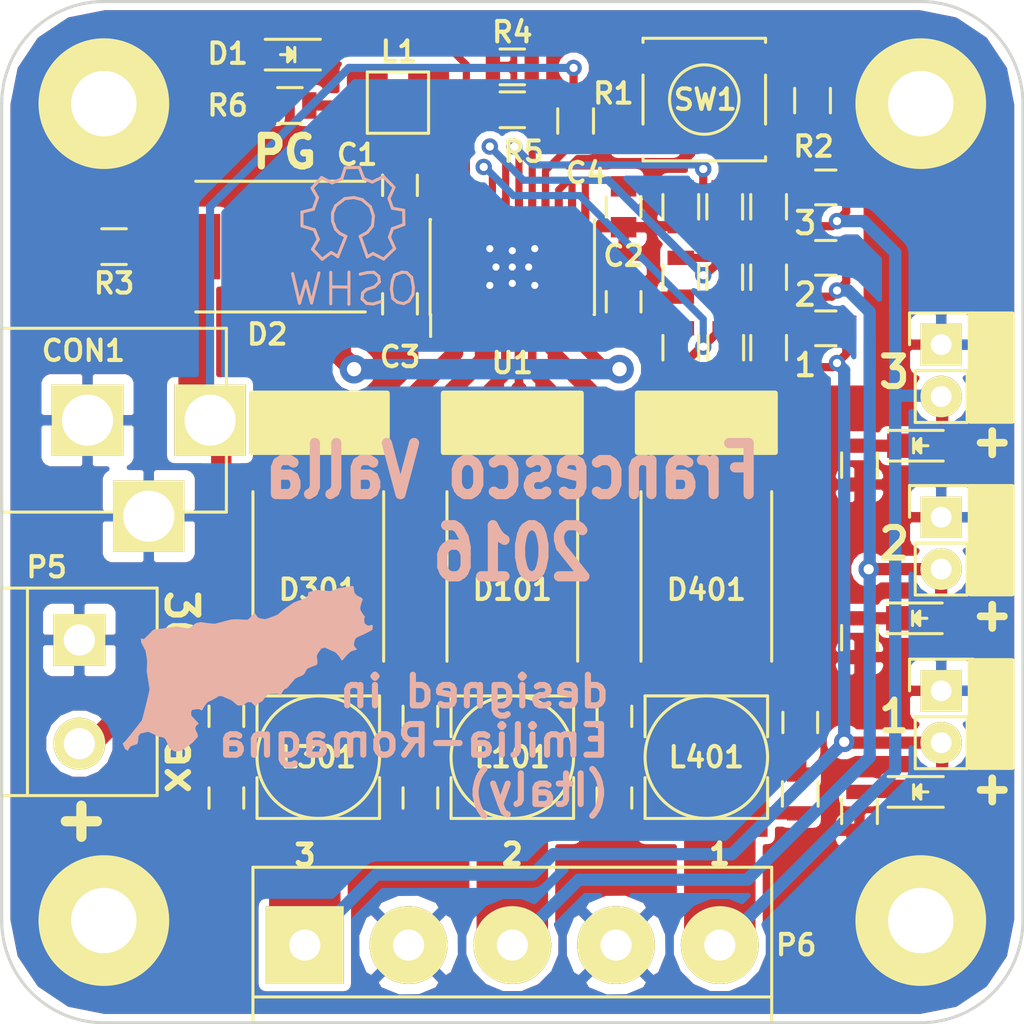
<source format=kicad_pcb>
(kicad_pcb (version 4) (host pcbnew 4.0.2+dfsg1-stable)
  (layers (0 F.Cu signal) (31 B.Cu signal hide) (36 B.SilkS user hide) (37 F.SilkS user) (38 B.Mask user) (39 F.Mask user) (44 Edge.Cuts user))
  (net 0 "")
  (net 1 "Net-(C1-Pad1)")
  (net 2 "Net-(C1-Pad2)")
  (net 3 GND)
  (net 4 "Net-(C4-Pad2)")
  (net 5 +1V8)
  (net 6 "Net-(C101-Pad2)")
  (net 7 +5V)
  (net 8 "Net-(C301-Pad2)")
  (net 9 +3V3)
  (net 10 "Net-(C401-Pad2)")
  (net 11 +12V)
  (net 12 "Net-(D1-Pad2)")
  (net 13 "Net-(D1-Pad1)")
  (net 14 "Net-(D101-Pad1)")
  (net 15 "Net-(D101-Pad2)")
  (net 16 "Net-(D110-Pad1)")
  (net 17 "Net-(D301-Pad1)")
  (net 18 "Net-(D301-Pad2)")
  (net 19 "Net-(D310-Pad1)")
  (net 20 "Net-(D401-Pad2)")
  (net 21 "Net-(D410-Pad1)")
  (net 22 "Net-(L1-Pad2)")
  (net 23 /ENB)
  (net 24 "Net-(R4-Pad1)")
  (net 25 "Net-(C104-Pad1)")
  (net 26 "Net-(C104-Pad2)")
  (module Capacitors_SMD:C_0805 (layer F.Cu) (at 143.1 115.3 90)
    (fp_text reference C104 hide)
    (fp_text value 1nF)
    (pad 1 smd rect (at -1 0 90) (size 1 1.25) (layers F.Cu F.Mask) (net 25 "Net-(C104-Pad1)"))
    (pad 2 smd rect (at 1 0 90) (size 1 1.25) (layers F.Cu F.Mask) (net 26 "Net-(C104-Pad2)"))
  )
  (module Connect:BARREL_JACK (layer F.Cu) (at 108 100.5)
    (fp_text reference CON1 (at 0 -3.4 180) (layer F.SilkS) (effects (font (thickness 0.2))))
    (fp_text value BARREL_JACK)
    (pad 1 thru_hole rect (at 6.20014 0) (size 3.50012 3.50012) (drill 2.5) (layers *.Cu *.Mask F.SilkS) (net 11 +12V))
    (pad 2 thru_hole rect (at 0.20066 0) (size 3.50012 3.50012) (drill 2.5) (layers *.Cu *.Mask F.SilkS) (net 3 GND))
    (pad 3 thru_hole rect (at 3.2004 4.699) (size 3.50012 3.50012) (drill 2.5) (layers *.Cu *.Mask F.SilkS) (net 3 GND))
  )
  (module Diodes_SMD:DO-214AB (layer F.Cu) (at 117 92 180)
    (fp_text reference D2 (at 0 -4.3 180) (layer F.SilkS) (effects (font (thickness 0.2))))
    (fp_text value D_Schottky_Small)
    (pad 2 smd rect (at 3.6 0 180) (size 2.6 3.2) (layers F.Cu F.Mask) (net 11 +12V))
    (pad 1 smd rect (at -3.6 0 180) (size 2.6 3.2) (layers F.Cu F.Mask) (net 1 "Net-(C1-Pad1)"))
  )
  (module Connect:bornier5 (layer F.Cu) (at 129 126.2)
    (fp_text reference P6 (at 13.9 0) (layer F.SilkS) (effects (font (thickness 0.2))))
    (fp_text value CONN_01X05)
    (pad 2 thru_hole circle (at -5.08 0) (size 3.81 3.81) (drill 1.524) (layers *.Cu *.Mask F.SilkS) (net 3 GND))
    (pad 3 thru_hole circle (at 0 0) (size 3.81 3.81) (drill 1.524) (layers *.Cu *.Mask F.SilkS) (net 5 +1V8))
    (pad 1 thru_hole rect (at -10.16 0) (size 3.81 3.81) (drill 1.524) (layers *.Cu *.Mask F.SilkS) (net 7 +5V))
    (pad 4 thru_hole circle (at 5.08 0) (size 3.81 3.81) (drill 1.524) (layers *.Cu *.Mask F.SilkS) (net 3 GND))
    (pad 5 thru_hole circle (at 10.16 0) (size 3.81 3.81) (drill 1.524) (layers *.Cu *.Mask F.SilkS) (net 9 +3V3))
  )
  (module Capacitors_SMD:C_0805 (layer F.Cu) (at 123.5 89 90)
    (fp_text reference C1 (at 1.5 -2.1 180) (layer F.SilkS) (effects (font (thickness 0.2))))
    (fp_text value 1uF)
    (pad 1 smd rect (at -1 0 90) (size 1 1.25) (layers F.Cu F.Mask) (net 1 "Net-(C1-Pad1)"))
    (pad 2 smd rect (at 1 0 90) (size 1 1.25) (layers F.Cu F.Mask) (net 2 "Net-(C1-Pad2)"))
  )
  (module Capacitors_SMD:C_0805 (layer F.Cu) (at 134.45 94.7 270)
    (fp_text reference C2 (at -2.25 0 360) (layer F.SilkS) (effects (font (thickness 0.2))))
    (fp_text value 1uF)
    (pad 1 smd rect (at -1 0 270) (size 1 1.25) (layers F.Cu F.Mask) (net 3 GND))
    (pad 2 smd rect (at 1 0 270) (size 1 1.25) (layers F.Cu F.Mask) (net 1 "Net-(C1-Pad1)"))
  )
  (module Capacitors_SMD:C_0805 (layer F.Cu) (at 123.5 94.8 270)
    (fp_text reference C3 (at 2.6 0 360) (layer F.SilkS) (effects (font (thickness 0.2))))
    (fp_text value 1uF)
    (pad 1 smd rect (at -1 0 270) (size 1 1.25) (layers F.Cu F.Mask) (net 3 GND))
    (pad 2 smd rect (at 1 0 270) (size 1 1.25) (layers F.Cu F.Mask) (net 1 "Net-(C1-Pad1)"))
  )
  (module Capacitors_SMD:C_0805 (layer F.Cu) (at 134.45 90.05 90)
    (fp_text reference C4 (at 1.65 -1.85 180) (layer F.SilkS) (effects (font (thickness 0.2))))
    (fp_text value 1uF)
    (pad 1 smd rect (at -1 0 90) (size 1 1.25) (layers F.Cu F.Mask) (net 3 GND))
    (pad 2 smd rect (at 1 0 90) (size 1 1.25) (layers F.Cu F.Mask) (net 4 "Net-(C4-Pad2)"))
  )
  (module Capacitors_SMD:C_0805 (layer F.Cu) (at 144.35 92.55 180)
    (fp_text reference C101 hide)
    (fp_text value 100pF)
    (pad 1 smd rect (at -1 0 180) (size 1 1.25) (layers F.Cu F.Mask) (net 5 +1V8))
    (pad 2 smd rect (at 1 0 180) (size 1 1.25) (layers F.Cu F.Mask) (net 6 "Net-(C101-Pad2)"))
  )
  (module Capacitors_SMD:C_0805 (layer F.Cu) (at 124.5 119 270)
    (fp_text reference C102 hide)
    (fp_text value 10uF)
    (pad 1 smd rect (at -1 0 270) (size 1 1.25) (layers F.Cu F.Mask) (net 5 +1V8))
    (pad 2 smd rect (at 1 0 270) (size 1 1.25) (layers F.Cu F.Mask) (net 3 GND))
  )
  (module Capacitors_SMD:C_0805 (layer F.Cu) (at 124.5 115 90)
    (fp_text reference C103 hide)
    (fp_text value NF)
    (pad 1 smd rect (at -1 0 90) (size 1 1.25) (layers F.Cu F.Mask) (net 5 +1V8))
    (pad 2 smd rect (at 1 0 90) (size 1 1.25) (layers F.Cu F.Mask) (net 3 GND))
  )
  (module Capacitors_SMD:C_0805 (layer F.Cu) (at 144.35 96 180)
    (fp_text reference C301 hide)
    (fp_text value 100pF)
    (pad 1 smd rect (at -1 0 180) (size 1 1.25) (layers F.Cu F.Mask) (net 7 +5V))
    (pad 2 smd rect (at 1 0 180) (size 1 1.25) (layers F.Cu F.Mask) (net 8 "Net-(C301-Pad2)"))
  )
  (module Capacitors_SMD:C_0805 (layer F.Cu) (at 115 119 270)
    (fp_text reference C302 hide)
    (fp_text value 10uF)
    (pad 1 smd rect (at -1 0 270) (size 1 1.25) (layers F.Cu F.Mask) (net 7 +5V))
    (pad 2 smd rect (at 1 0 270) (size 1 1.25) (layers F.Cu F.Mask) (net 3 GND))
  )
  (module Capacitors_SMD:C_0805 (layer F.Cu) (at 115 115 90)
    (fp_text reference C303 hide)
    (fp_text value 10uF)
    (pad 1 smd rect (at -1 0 90) (size 1 1.25) (layers F.Cu F.Mask) (net 7 +5V))
    (pad 2 smd rect (at 1 0 90) (size 1 1.25) (layers F.Cu F.Mask) (net 3 GND))
  )
  (module Capacitors_SMD:C_0805 (layer F.Cu) (at 144.35 89.1 180)
    (fp_text reference C401 hide)
    (fp_text value 100pF)
    (pad 1 smd rect (at -1 0 180) (size 1 1.25) (layers F.Cu F.Mask) (net 9 +3V3))
    (pad 2 smd rect (at 1 0 180) (size 1 1.25) (layers F.Cu F.Mask) (net 10 "Net-(C401-Pad2)"))
  )
  (module Capacitors_SMD:C_0805 (layer F.Cu) (at 134 119 270)
    (fp_text reference C402 hide)
    (fp_text value 10uF)
    (pad 1 smd rect (at -1 0 270) (size 1 1.25) (layers F.Cu F.Mask) (net 9 +3V3))
    (pad 2 smd rect (at 1 0 270) (size 1 1.25) (layers F.Cu F.Mask) (net 3 GND))
  )
  (module Capacitors_SMD:C_0805 (layer F.Cu) (at 134 115 90)
    (fp_text reference C403 hide)
    (fp_text value NF)
    (pad 1 smd rect (at -1 0 90) (size 1 1.25) (layers F.Cu F.Mask) (net 9 +3V3))
    (pad 2 smd rect (at 1 0 90) (size 1 1.25) (layers F.Cu F.Mask) (net 3 GND))
  )
  (module LEDs:LED_0805 (layer F.Cu) (at 118 82.6 180)
    (fp_text reference D1 (at 2.938 0.05 360) (layer F.SilkS) (effects (font (thickness 0.2))))
    (fp_text value Led_Small)
    (pad 2 smd rect (at 1.04902 0) (size 1.19888 1.19888) (layers F.Cu F.Mask) (net 12 "Net-(D1-Pad2)"))
    (pad 1 smd rect (at -1.04902 0) (size 1.19888 1.19888) (layers F.Cu F.Mask) (net 13 "Net-(D1-Pad1)"))
  )
  (module LEDs:LED_0805 (layer F.Cu) (at 148.95 110.2)
    (fp_text reference D110 hide)
    (fp_text value PG1)
    (pad 2 smd rect (at 1.04902 0 180) (size 1.19888 1.19888) (layers F.Cu F.Mask) (net 5 +1V8))
    (pad 1 smd rect (at -1.04902 0 180) (size 1.19888 1.19888) (layers F.Cu F.Mask) (net 16 "Net-(D110-Pad1)"))
  )
  (module LEDs:LED_0805 (layer F.Cu) (at 149 118.7)
    (fp_text reference D310 hide)
    (fp_text value PG2)
    (pad 2 smd rect (at 1.04902 0 180) (size 1.19888 1.19888) (layers F.Cu F.Mask) (net 7 +5V))
    (pad 1 smd rect (at -1.04902 0 180) (size 1.19888 1.19888) (layers F.Cu F.Mask) (net 19 "Net-(D310-Pad1)"))
  )
  (module LEDs:LED_0805 (layer F.Cu) (at 149 101.75)
    (fp_text reference D410 hide)
    (fp_text value PG2)
    (pad 2 smd rect (at 1.04902 0 180) (size 1.19888 1.19888) (layers F.Cu F.Mask) (net 9 +3V3))
    (pad 1 smd rect (at -1.04902 0 180) (size 1.19888 1.19888) (layers F.Cu F.Mask) (net 21 "Net-(D410-Pad1)"))
  )
  (module Inductors_COILCRAFT:EPL3015 (layer F.Cu) (at 123.4 84.95)
    (fp_text reference L1 (at 0.05 -2.5) (layer F.SilkS) (effects (font (thickness 0.2))))
    (fp_text value 10uH)
    (pad 1 smd rect (at -1.5 0) (size 2 3.2) (layers F.Cu F.Mask) (net 1 "Net-(C1-Pad1)"))
    (pad 2 smd rect (at 1.5 0) (size 2 3.2) (layers F.Cu F.Mask) (net 22 "Net-(L1-Pad2)"))
  )
  (module Inductors_COILCRAFT:MSS6132 (layer F.Cu) (at 129 117)
    (fp_text reference L101 (at 0 0) (layer F.SilkS) (effects (font (thickness 0.2))))
    (fp_text value 4.7uH)
    (pad 1 smd rect (at 0 -2.4) (size 6 3) (layers F.Cu F.Mask) (net 14 "Net-(D101-Pad1)"))
    (pad 2 smd rect (at 0 2.4) (size 6 3) (layers F.Cu F.Mask) (net 5 +1V8))
  )
  (module Inductors_COILCRAFT:MSS6132 (layer F.Cu) (at 119.5 117)
    (fp_text reference L301 (at 0 0) (layer F.SilkS) (effects (font (thickness 0.2))))
    (fp_text value 4.7uH)
    (pad 1 smd rect (at 0 -2.4) (size 6 3) (layers F.Cu F.Mask) (net 17 "Net-(D301-Pad1)"))
    (pad 2 smd rect (at 0 2.4) (size 6 3) (layers F.Cu F.Mask) (net 7 +5V))
  )
  (module Inductors_COILCRAFT:MSS6132 (layer F.Cu) (at 138.5 117)
    (fp_text reference L401 (at 0 0) (layer F.SilkS) (effects (font (thickness 0.2))))
    (fp_text value 4.7uH)
    (pad 1 smd rect (at 0 -2.4) (size 6 3) (layers F.Cu F.Mask) (net 26 "Net-(C104-Pad2)"))
    (pad 2 smd rect (at 0 2.4) (size 6 3) (layers F.Cu F.Mask) (net 9 +3V3))
  )
  (module Connect:bornier2 (layer F.Cu) (at 107.8 113.8 270)
    (fp_text reference P5 (at -6.1 1.6 360) (layer F.SilkS) (effects (font (thickness 0.2))))
    (fp_text value CONN_01X02)
    (pad 1 thru_hole rect (at -2.54 0 270) (size 2.54 2.54) (drill 1.524) (layers *.Cu *.Mask F.SilkS) (net 3 GND))
    (pad 2 thru_hole circle (at 2.54 0 270) (size 2.54 2.54) (drill 1.524) (layers *.Cu *.Mask F.SilkS) (net 11 +12V))
  )
  (module Pin_Headers:Pin_Header_Straight_1x02 (layer F.Cu) (at 150 105.25)
    (fp_text reference P101 hide)
    (fp_text value OUT1)
    (pad 1 thru_hole rect (at 0 0) (size 2.032 2.032) (drill 1.016) (layers *.Cu *.Mask F.SilkS) (net 3 GND))
    (pad 2 thru_hole oval (at 0 2.54) (size 2.032 2.032) (drill 1.016) (layers *.Cu *.Mask F.SilkS) (net 5 +1V8))
  )
  (module Pin_Headers:Pin_Header_Straight_1x02 (layer F.Cu) (at 150 113.75)
    (fp_text reference P301 hide)
    (fp_text value OUT3)
    (pad 1 thru_hole rect (at 0 0) (size 2.032 2.032) (drill 1.016) (layers *.Cu *.Mask F.SilkS) (net 3 GND))
    (pad 2 thru_hole oval (at 0 2.54) (size 2.032 2.032) (drill 1.016) (layers *.Cu *.Mask F.SilkS) (net 7 +5V))
  )
  (module Pin_Headers:Pin_Header_Straight_1x02 (layer F.Cu) (at 150 96.8)
    (fp_text reference P401 hide)
    (fp_text value OUT4)
    (pad 1 thru_hole rect (at 0 0) (size 2.032 2.032) (drill 1.016) (layers *.Cu *.Mask F.SilkS) (net 3 GND))
    (pad 2 thru_hole oval (at 0 2.54) (size 2.032 2.032) (drill 1.016) (layers *.Cu *.Mask F.SilkS) (net 9 +3V3))
  )
  (module Resistors_SMD:R_0805 (layer F.Cu) (at 132.1 85.85 270)
    (fp_text reference R1 (at -1.35 -1.85 360) (layer F.SilkS) (effects (font (thickness 0.2))))
    (fp_text value 1k)
    (pad 1 smd rect (at -0.95 0 270) (size 0.7 1.3) (layers F.Cu F.Mask) (net 11 +12V))
    (pad 2 smd rect (at 0.95 0 270) (size 0.7 1.3) (layers F.Cu F.Mask) (net 23 /ENB))
  )
  (module Resistors_SMD:R_0805 (layer F.Cu) (at 143.7 84.85 90)
    (fp_text reference R2 (at -2.25 0.05 360) (layer F.SilkS) (effects (font (thickness 0.2))))
    (fp_text value 1k)
    (pad 1 smd rect (at -0.95 0 90) (size 0.7 1.3) (layers F.Cu F.Mask) (net 23 /ENB))
    (pad 2 smd rect (at 0.95 0 90) (size 0.7 1.3) (layers F.Cu F.Mask) (net 3 GND))
  )
  (module Resistors_SMD:R_0805 (layer F.Cu) (at 109.5 92)
    (fp_text reference R3 (at 0 1.8) (layer F.SilkS) (effects (font (thickness 0.2))))
    (fp_text value 47k)
    (pad 1 smd rect (at -0.95 0) (size 0.7 1.3) (layers F.Cu F.Mask) (net 3 GND))
    (pad 2 smd rect (at 0.95 0) (size 0.7 1.3) (layers F.Cu F.Mask) (net 11 +12V))
  )
  (module Resistors_SMD:R_0805 (layer F.Cu) (at 129 83.2 180)
    (fp_text reference R4 (at 0 1.7 180) (layer F.SilkS) (effects (font (thickness 0.2))))
    (fp_text value 10k)
    (pad 1 smd rect (at -0.95 0 180) (size 0.7 1.3) (layers F.Cu F.Mask) (net 24 "Net-(R4-Pad1)"))
    (pad 2 smd rect (at 0.95 0 180) (size 0.7 1.3) (layers F.Cu F.Mask) (net 3 GND))
  )
  (module Resistors_SMD:R_0805 (layer F.Cu) (at 129 85.3 180)
    (fp_text reference R5 (at -0.55 -2.05 180) (layer F.SilkS) (effects (font (thickness 0.2))))
    (fp_text value NF)
    (pad 1 smd rect (at -0.95 0 180) (size 0.7 1.3) (layers F.Cu F.Mask) (net 24 "Net-(R4-Pad1)"))
    (pad 2 smd rect (at 0.95 0 180) (size 0.7 1.3) (layers F.Cu F.Mask) (net 3 GND))
  )
  (module Resistors_SMD:R_0805 (layer F.Cu) (at 141.55 93.5 90)
    (fp_text reference R101 hide)
    (fp_text value 15k)
    (pad 1 smd rect (at -0.95 0 90) (size 0.7 1.3) (layers F.Cu F.Mask) (net 5 +1V8))
    (pad 2 smd rect (at 0.95 0 90) (size 0.7 1.3) (layers F.Cu F.Mask) (net 6 "Net-(C101-Pad2)"))
  )
  (module Resistors_SMD:R_0805 (layer F.Cu) (at 137.25 93.5 270)
    (fp_text reference R102 hide)
    (fp_text value 12k)
    (pad 1 smd rect (at -0.95 0 270) (size 0.7 1.3) (layers F.Cu F.Mask) (net 6 "Net-(C101-Pad2)"))
    (pad 2 smd rect (at 0.95 0 270) (size 0.7 1.3) (layers F.Cu F.Mask) (net 3 GND))
  )
  (module Resistors_SMD:R_0805 (layer F.Cu) (at 139.4 93.5 90)
    (fp_text reference R103 hide)
    (fp_text value NF)
    (pad 1 smd rect (at -0.95 0 90) (size 0.7 1.3) (layers F.Cu F.Mask) (net 5 +1V8))
    (pad 2 smd rect (at 0.95 0 90) (size 0.7 1.3) (layers F.Cu F.Mask) (net 6 "Net-(C101-Pad2)"))
  )
  (module Resistors_SMD:R_0805 (layer F.Cu) (at 146 111.15 90)
    (fp_text reference R110 hide)
    (fp_text value 2k)
    (pad 1 smd rect (at -0.95 0 90) (size 0.7 1.3) (layers F.Cu F.Mask) (net 3 GND))
    (pad 2 smd rect (at 0.95 0 90) (size 0.7 1.3) (layers F.Cu F.Mask) (net 16 "Net-(D110-Pad1)"))
  )
  (module Resistors_SMD:R_0805 (layer F.Cu) (at 141.55 96.95 90)
    (fp_text reference R301 hide)
    (fp_text value 120k)
    (pad 1 smd rect (at -0.95 0 90) (size 0.7 1.3) (layers F.Cu F.Mask) (net 7 +5V))
    (pad 2 smd rect (at 0.95 0 90) (size 0.7 1.3) (layers F.Cu F.Mask) (net 8 "Net-(C301-Pad2)"))
  )
  (module Resistors_SMD:R_0805 (layer F.Cu) (at 137.25 96.95 90)
    (fp_text reference R302 hide)
    (fp_text value 12k)
    (pad 1 smd rect (at -0.95 0 90) (size 0.7 1.3) (layers F.Cu F.Mask) (net 8 "Net-(C301-Pad2)"))
    (pad 2 smd rect (at 0.95 0 90) (size 0.7 1.3) (layers F.Cu F.Mask) (net 3 GND))
  )
  (module Resistors_SMD:R_0805 (layer F.Cu) (at 139.45 96.95 90)
    (fp_text reference R303 hide)
    (fp_text value 150k)
    (pad 1 smd rect (at -0.95 0 90) (size 0.7 1.3) (layers F.Cu F.Mask) (net 7 +5V))
    (pad 2 smd rect (at 0.95 0 90) (size 0.7 1.3) (layers F.Cu F.Mask) (net 8 "Net-(C301-Pad2)"))
  )
  (module Resistors_SMD:R_0805 (layer F.Cu) (at 146 119.65 90)
    (fp_text reference R310 hide)
    (fp_text value 2k)
    (pad 1 smd rect (at -0.95 0 90) (size 0.7 1.3) (layers F.Cu F.Mask) (net 3 GND))
    (pad 2 smd rect (at 0.95 0 90) (size 0.7 1.3) (layers F.Cu F.Mask) (net 19 "Net-(D310-Pad1)"))
  )
  (module Resistors_SMD:R_0805 (layer F.Cu) (at 141.55 90.05 90)
    (fp_text reference R401 hide)
    (fp_text value 39k)
    (pad 1 smd rect (at -0.95 0 90) (size 0.7 1.3) (layers F.Cu F.Mask) (net 9 +3V3))
    (pad 2 smd rect (at 0.95 0 90) (size 0.7 1.3) (layers F.Cu F.Mask) (net 10 "Net-(C401-Pad2)"))
  )
  (module Resistors_SMD:R_0805 (layer F.Cu) (at 137.25 90.05 270)
    (fp_text reference R402 hide)
    (fp_text value 12k)
    (pad 1 smd rect (at -0.95 0 270) (size 0.7 1.3) (layers F.Cu F.Mask) (net 10 "Net-(C401-Pad2)"))
    (pad 2 smd rect (at 0.95 0 270) (size 0.7 1.3) (layers F.Cu F.Mask) (net 3 GND))
  )
  (module Resistors_SMD:R_0805 (layer F.Cu) (at 139.4 90.05 90)
    (fp_text reference R403 hide)
    (fp_text value 1M)
    (pad 1 smd rect (at -0.95 0 90) (size 0.7 1.3) (layers F.Cu F.Mask) (net 9 +3V3))
    (pad 2 smd rect (at 0.95 0 90) (size 0.7 1.3) (layers F.Cu F.Mask) (net 10 "Net-(C401-Pad2)"))
  )
  (module Resistors_SMD:R_0805 (layer F.Cu) (at 146 102.7 90)
    (fp_text reference R410 hide)
    (fp_text value 2k)
    (pad 1 smd rect (at -0.95 0 90) (size 0.7 1.3) (layers F.Cu F.Mask) (net 3 GND))
    (pad 2 smd rect (at 0.95 0 90) (size 0.7 1.3) (layers F.Cu F.Mask) (net 21 "Net-(D410-Pad1)"))
  )
  (module Buttons_Switches_SMD:SW_SPST_EVPBF (layer F.Cu) (at 138.4 84.8 180)
    (fp_text reference SW1 (at -0.05 0 360) (layer F.SilkS) (effects (font (thickness 0.2))))
    (fp_text value SW_PUSH)
    (pad 1 smd rect (at 2.875 -2 180) (size 2.75 1) (layers F.Cu F.Mask) (net 23 /ENB))
    (pad 1 smd rect (at -2.875 -2 180) (size 2.75 1) (layers F.Cu F.Mask) (net 23 /ENB))
    (pad 2 smd rect (at -2.875 2 180) (size 2.75 1) (layers F.Cu F.Mask) (net 3 GND))
    (pad 2 smd rect (at 2.875 2 180) (size 2.75 1) (layers F.Cu F.Mask) (net 3 GND))
  )
  (module Mounting_Holes:MountingHole_3.2mm_M3_Pad (layer F.Cu) (at 109 85)
    (fp_text reference REF** hide)
    (fp_text value MountingHole_3.2mm_M3_Pad)
    (pad 1 thru_hole circle (at 0 0) (size 6.4 6.4) (drill 3.2) (layers *.Cu *.Mask F.SilkS) (net 3 GND))
  )
  (module Mounting_Holes:MountingHole_3.2mm_M3_Pad (layer F.Cu) (at 109 125)
    (fp_text reference REF** hide)
    (fp_text value MountingHole_3.2mm_M3_Pad)
    (pad 1 thru_hole circle (at 0 0) (size 6.4 6.4) (drill 3.2) (layers *.Cu *.Mask F.SilkS) (net 3 GND))
  )
  (module Mounting_Holes:MountingHole_3.2mm_M3_Pad (layer F.Cu) (at 149 125)
    (fp_text reference REF** hide)
    (fp_text value MountingHole_3.2mm_M3_Pad)
    (pad 1 thru_hole circle (at 0 0) (size 6.4 6.4) (drill 3.2) (layers *.Cu *.Mask F.SilkS) (net 3 GND))
  )
  (module Mounting_Holes:MountingHole_3.2mm_M3_Pad (layer F.Cu) (at 149 85)
    (fp_text reference REF** hide)
    (fp_text value MountingHole_3.2mm_M3_Pad)
    (pad 1 thru_hole circle (at 0 0) (size 6.4 6.4) (drill 3.2) (layers *.Cu *.Mask F.SilkS) (net 3 GND))
  )
  (module Diodes_SMD:DO-214AB (layer F.Cu) (at 129 107.5 90)
    (fp_text reference D101 (at -1.3 0 180) (layer F.SilkS) (effects (font (thickness 0.2))))
    (fp_text value D_Schottky_Small)
    (pad 2 smd rect (at 3.6 0 90) (size 2.6 3.2) (layers F.Cu F.Mask) (net 15 "Net-(D101-Pad2)"))
    (pad 1 smd rect (at -3.6 0 90) (size 2.6 3.2) (layers F.Cu F.Mask) (net 14 "Net-(D101-Pad1)"))
  )
  (module Diodes_SMD:DO-214AB (layer F.Cu) (at 119.5 107.5 90)
    (fp_text reference D301 (at -1.3 0 180) (layer F.SilkS) (effects (font (thickness 0.2))))
    (fp_text value D_Schottky_Small)
    (pad 2 smd rect (at 3.6 0 90) (size 2.6 3.2) (layers F.Cu F.Mask) (net 18 "Net-(D301-Pad2)"))
    (pad 1 smd rect (at -3.6 0 90) (size 2.6 3.2) (layers F.Cu F.Mask) (net 17 "Net-(D301-Pad1)"))
  )
  (module Diodes_SMD:DO-214AB (layer F.Cu) (at 138.5 107.5 90)
    (fp_text reference D401 (at -1.3 0 180) (layer F.SilkS) (effects (font (thickness 0.2))))
    (fp_text value D_Schottky_Small)
    (pad 2 smd rect (at 3.6 0 90) (size 2.6 3.2) (layers F.Cu F.Mask) (net 20 "Net-(D401-Pad2)"))
    (pad 1 smd rect (at -3.6 0 90) (size 2.6 3.2) (layers F.Cu F.Mask) (net 26 "Net-(C104-Pad2)"))
  )
  (module Housings_SSOP:TSSOP-24-TPAD_4.4x7.8mm_Pitch0.65mm (layer F.Cu) (at 129 93 90)
    (fp_text reference U1 (at -4.7 0 180) (layer F.SilkS) (effects (font (thickness 0.2))))
    (fp_text value LT3514)
    (pad 1 smd rect (at -2.85 -3.575 90) (size 1.1 0.4) (layers F.Cu F.Mask) (net 1 "Net-(C1-Pad1)"))
    (pad 2 smd rect (at -2.85 -2.925 90) (size 1.1 0.4) (layers F.Cu F.Mask))
    (pad 3 smd rect (at -2.85 -2.275 90) (size 1.1 0.4) (layers F.Cu F.Mask) (net 18 "Net-(D301-Pad2)"))
    (pad 4 smd rect (at -2.85 -1.625 90) (size 1.1 0.4) (layers F.Cu F.Mask) (net 17 "Net-(D301-Pad1)"))
    (pad 5 smd rect (at -2.85 -0.975 90) (size 1.1 0.4) (layers F.Cu F.Mask) (net 17 "Net-(D301-Pad1)"))
    (pad 6 smd rect (at -2.85 -0.325 90) (size 1.1 0.4) (layers F.Cu F.Mask) (net 14 "Net-(D101-Pad1)"))
    (pad 7 smd rect (at -2.85 0.325 90) (size 1.1 0.4) (layers F.Cu F.Mask) (net 15 "Net-(D101-Pad2)"))
    (pad 8 smd rect (at -2.85 0.975 90) (size 1.1 0.4) (layers F.Cu F.Mask) (net 26 "Net-(C104-Pad2)"))
    (pad 9 smd rect (at -2.85 1.625 90) (size 1.1 0.4) (layers F.Cu F.Mask) (net 20 "Net-(D401-Pad2)"))
    (pad 10 smd rect (at -2.85 2.275 90) (size 1.1 0.4) (layers F.Cu F.Mask))
    (pad 11 smd rect (at -2.85 2.925 90) (size 1.1 0.4) (layers F.Cu F.Mask) (net 1 "Net-(C1-Pad1)"))
    (pad 12 smd rect (at -2.85 3.575 90) (size 1.1 0.4) (layers F.Cu F.Mask) (net 1 "Net-(C1-Pad1)"))
    (pad 13 smd rect (at 2.85 3.575 90) (size 1.1 0.4) (layers F.Cu F.Mask) (net 4 "Net-(C4-Pad2)"))
    (pad 14 smd rect (at 2.85 2.925 90) (size 1.1 0.4) (layers F.Cu F.Mask) (net 4 "Net-(C4-Pad2)"))
    (pad 15 smd rect (at 2.85 2.275 90) (size 1.1 0.4) (layers F.Cu F.Mask) (net 4 "Net-(C4-Pad2)"))
    (pad 16 smd rect (at 2.85 1.625 90) (size 1.1 0.4) (layers F.Cu F.Mask) (net 23 /ENB))
    (pad 17 smd rect (at 2.85 0.975 90) (size 1.1 0.4) (layers F.Cu F.Mask) (net 24 "Net-(R4-Pad1)"))
    (pad 18 smd rect (at 2.85 0.325 90) (size 1.1 0.4) (layers F.Cu F.Mask) (net 10 "Net-(C401-Pad2)"))
    (pad 19 smd rect (at 2.85 -0.325 90) (size 1.1 0.4) (layers F.Cu F.Mask) (net 6 "Net-(C101-Pad2)"))
    (pad 20 smd rect (at 2.85 -0.975 90) (size 1.1 0.4) (layers F.Cu F.Mask) (net 8 "Net-(C301-Pad2)"))
    (pad 21 smd rect (at 2.85 -1.625 90) (size 1.1 0.4) (layers F.Cu F.Mask) (net 13 "Net-(D1-Pad1)"))
    (pad 22 smd rect (at 2.85 -2.275 90) (size 1.1 0.4) (layers F.Cu F.Mask) (net 3 GND))
    (pad 23 smd rect (at 2.85 -2.925 90) (size 1.1 0.4) (layers F.Cu F.Mask) (net 22 "Net-(L1-Pad2)"))
    (pad 24 smd rect (at 2.85 -3.575 90) (size 1.1 0.4) (layers F.Cu F.Mask) (net 2 "Net-(C1-Pad2)"))
    (pad 25 smd rect (at 0 0 90) (size 2.74 3.25) (layers F.Cu F.Mask) (net 3 GND))
  )
  (module Symbols:Symbol_OSHW-Logo_SilkScreen (layer B.Cu) (at 121.2 90.6 180)
    (fp_text reference REF** hide)
    (fp_text value Symbol_OSHW-Logo_SilkScreen hide)
  )
  (module Symbols:ER (layer B.Cu) (at 116.1 112.7 180)
    (fp_text reference G*** hide)
    (fp_text value LOGO hide)
  )
  (module Resistors_SMD:R_0805 (layer F.Cu) (at 118.11 85.09)
    (fp_text reference R6 (at -3.048 0 180) (layer F.SilkS) (effects (font (thickness 0.2))))
    (fp_text value 2k)
    (pad 1 smd rect (at -0.95 0) (size 0.7 1.3) (layers F.Cu F.Mask) (net 12 "Net-(D1-Pad2)"))
    (pad 2 smd rect (at 0.95 0) (size 0.7 1.3) (layers F.Cu F.Mask) (net 1 "Net-(C1-Pad1)"))
  )
  (module Resistors_SMD:R_0805 (layer F.Cu) (at 143.1 118.8 270)
    (fp_text reference R104 hide)
    (fp_text value 1k)
    (pad 1 smd rect (at -0.95 0 270) (size 0.7 1.3) (layers F.Cu F.Mask) (net 25 "Net-(C104-Pad1)"))
    (pad 2 smd rect (at 0.95 0 270) (size 0.7 1.3) (layers F.Cu F.Mask) (net 9 +3V3))
  )
  (gr_text 1 (at 139.15 121.75) (layer F.SilkS) (effects (font (size 1 1) (thickness 0.25))))
  (gr_text 2 (at 129 121.75) (layer F.SilkS) (effects (font (size 1 1) (thickness 0.25))))
  (gr_text 3 (at 118.85 121.8) (layer F.SilkS) (effects (font (size 1 1) (thickness 0.25))))
  (gr_text 1 (at 147.7 115) (layer F.SilkS) (effects (font (size 1.5 1.5) (thickness 0.3))))
  (gr_text 2 (at 147.7 106.55) (layer F.SilkS) (effects (font (size 1.5 1.5) (thickness 0.3))))
  (gr_text 3 (at 147.7 98.15) (layer F.SilkS) (effects (font (size 1.5 1.5) (thickness 0.3))))
  (gr_text 1 (at 143.35 97.8) (layer F.SilkS) (effects (font (size 1.1 1.1) (thickness 0.2))))
  (gr_text 2 (at 143.35 94.35) (layer F.SilkS) (effects (font (size 1.1 1.1) (thickness 0.2))))
  (gr_text 3 (at 143.35 90.85) (layer F.SilkS) (effects (font (size 1.1 1.1) (thickness 0.2))))
  (gr_text PG (at 117.856 87.376) (layer F.SilkS) (effects (font (size 1.5 1.5) (thickness 0.35))))
  (gr_text + (at 152.5 101.5) (layer F.SilkS) (effects (font (size 1.5 1.5) (thickness 0.375))))
  (gr_text + (at 152.5 110) (layer F.SilkS) (effects (font (size 1.5 1.5) (thickness 0.375))))
  (gr_text + (at 152.5 118.5) (layer F.SilkS) (effects (font (size 1.5 1.5) (thickness 0.375))))
  (gr_text + (at 107.9 120) (layer F.SilkS) (effects (font (size 2 2) (thickness 0.5))))
  (gr_text "36V max" (at 112.8 113.8 270) (layer F.SilkS) (effects (font (size 1.5 1.5) (thickness 0.3))))
  (gr_text "designed in\nEmilia-Romagna\n(Italy)" (at 133.9 116.2) (layer B.SilkS) (effects (font (size 1.5 1.5) (thickness 0.3)) (justify left mirror)))
  (gr_text "Francesco Valla\n2016" (at 129 105) (layer B.SilkS) (effects (font (size 2.5 2) (thickness 0.5)) (justify mirror)))
  (gr_line (start 109 80) (end 149 80) (angle 90) (layer Edge.Cuts) (width 0.15))
  (gr_line (start 109 130) (end 149 130) (angle 90) (layer Edge.Cuts) (width 0.15))
  (gr_line (start 154 125) (end 154 85) (angle 90) (layer Edge.Cuts) (width 0.15))
  (gr_arc (start 149 85) (end 149 80) (angle 90) (layer Edge.Cuts) (width 0.15))
  (gr_arc (start 149 125) (end 154 125) (angle 90) (layer Edge.Cuts) (width 0.15))
  (gr_line (start 104 85) (end 104 125) (layer Edge.Cuts) (width 0.15))
  (gr_arc (start 109 85) (end 104 85) (angle 90) (layer Edge.Cuts) (width 0.15))
  (gr_arc (start 109 125) (end 109 130) (angle 90) (layer Edge.Cuts) (width 0.15))
  (segment (start 119.06 85.09) (end 121.76 85.09) (width 0.5) (layer F.Cu) (net 1))
  (segment (start 121.76 85.09) (end 121.9 84.95) (width 0.5) (layer F.Cu) (net 1))
  (segment (start 132.575 95.85) (end 134.15 95.85) (width 0.4) (layer F.Cu) (net 1))
  (segment (start 134.15 95.85) (end 134.45 95.55) (width 0.4) (layer F.Cu) (net 1))
  (segment (start 121.9 84.95) (end 121.35 85.5) (width 0.8) (layer F.Cu) (net 1))
  (segment (start 121.35 85.5) (end 121.35 91.25) (width 0.8) (layer F.Cu) (net 1))
  (segment (start 121.35 91.25) (end 120.6 92) (width 0.8) (layer F.Cu) (net 1))
  (segment (start 123.5 95.8) (end 125.375 95.8) (width 0.42) (layer F.Cu) (net 1))
  (segment (start 123.4 95.9) (end 123.5 95.8) (width 0.8) (layer F.Cu) (net 1))
  (segment (start 120.6 95.9) (end 123.4 95.9) (width 0.8) (layer F.Cu) (net 1))
  (segment (start 120.6 95.9) (end 120.6 92) (width 1) (layer F.Cu) (net 1))
  (segment (start 121.25 98) (end 134.25 98) (width 1) (layer B.Cu) (net 1))
  (segment (start 120.6 92) (end 122.75 92) (width 0.8) (layer F.Cu) (net 1))
  (segment (start 123.5 91.25) (end 123.5 90) (width 0.8) (layer F.Cu) (net 1))
  (segment (start 122.75 92) (end 123.5 91.25) (width 0.8) (layer F.Cu) (net 1))
  (segment (start 122.25 84.4) (end 121.75 84.9) (width 0.6) (layer F.Cu) (net 1))
  (segment (start 131.925 95.85) (end 131.925 96.425) (width 0.45) (layer F.Cu) (net 1))
  (segment (start 133.5 98) (end 134.25 98) (width 0.35) (layer F.Cu) (net 1))
  (segment (start 131.925 96.425) (end 133.5 98) (width 0.45) (layer F.Cu) (net 1))
  (segment (start 132.575 95.85) (end 132.575 96.825) (width 0.5) (layer F.Cu) (net 1))
  (segment (start 132.575 96.825) (end 133.75 98) (width 0.35) (layer F.Cu) (net 1))
  (segment (start 133.75 98) (end 134.25 98) (width 0.35) (layer F.Cu) (net 1))
  (segment (start 120.6 97.35) (end 121.25 98) (width 1) (layer F.Cu) (net 1))
  (segment (start 120.6 97.35) (end 120.6 95.9) (width 1) (layer F.Cu) (net 1))
  (via (at 134.25 98) (size 1.4) (drill 0.7) (layers F.Cu B.Cu) (net 1))
  (via (at 121.25 98) (size 1.4) (drill 0.7) (layers F.Cu B.Cu) (net 1))
  (segment (start 121.5 92) (end 120.6 92) (width 0.25) (layer F.Cu) (net 1))
  (segment (start 122.25 84.4) (end 121.5 85.15) (width 0.25) (layer F.Cu) (net 1))
  (segment (start 121.5 91.1) (end 120.6 92) (width 0.25) (layer F.Cu) (net 1))
  (segment (start 123.75 87.75) (end 124.75 87.75) (width 0.35) (layer F.Cu) (net 2))
  (segment (start 125.425 88.425) (end 125.425 90.15) (width 0.35) (layer F.Cu) (net 2))
  (segment (start 124.75 87.75) (end 125.425 88.425) (width 0.35) (layer F.Cu) (net 2))
  (segment (start 123.75 87.75) (end 123.5 88) (width 0.25) (layer F.Cu) (net 2))
  (segment (start 135.75 95.8) (end 135.75 94.7) (width 0.5) (layer F.Cu) (net 3))
  (segment (start 135.95 96) (end 135.75 95.8) (width 0.5) (layer F.Cu) (net 3))
  (segment (start 137.25 96) (end 135.95 96) (width 0.5) (layer F.Cu) (net 3))
  (segment (start 135.75 94.7) (end 136 94.45) (width 0.5) (layer F.Cu) (net 3))
  (segment (start 134.45 93.7) (end 135.65 93.7) (width 0.5) (layer F.Cu) (net 3))
  (segment (start 136 94.45) (end 135.85 94.3) (width 0.5) (layer F.Cu) (net 3))
  (segment (start 136 94.45) (end 137.25 94.45) (width 0.5) (layer F.Cu) (net 3))
  (segment (start 135.85 93.85) (end 135.85 94.3) (width 0.5) (layer F.Cu) (net 3))
  (segment (start 135.7 93.7) (end 135.85 93.85) (width 0.5) (layer F.Cu) (net 3))
  (segment (start 135.65 93.7) (end 135.7 93.7) (width 0.5) (layer F.Cu) (net 3))
  (segment (start 135.75 91) (end 135.7 91.05) (width 0.5) (layer F.Cu) (net 3))
  (segment (start 135.7 91.05) (end 134.45 91.05) (width 0.5) (layer F.Cu) (net 3))
  (segment (start 137.25 91) (end 135.75 91) (width 0.5) (layer F.Cu) (net 3))
  (segment (start 140.45 83) (end 141.1 83) (width 0.5) (layer F.Cu) (net 3))
  (segment (start 126.725 90.15) (end 126.725 92.225) (width 0.4) (layer F.Cu) (net 3))
  (segment (start 129 93) (end 129.9 93.9) (width 0.35) (layer B.Cu) (net 3))
  (via (at 130.1 93.9) (size 0.7) (drill 0.35) (layers F.Cu B.Cu) (net 3))
  (segment (start 130.1 93.9) (end 129.2 93) (width 0.35) (layer F.Cu) (net 3))
  (segment (start 129.9 93.9) (end 130.1 93.9) (width 0.35) (layer B.Cu) (net 3))
  (segment (start 129 93) (end 129 92.2) (width 0.35) (layer B.Cu) (net 3))
  (segment (start 129 92.2) (end 129 93) (width 0.35) (layer F.Cu) (net 3))
  (via (at 129 92.2) (size 0.7) (drill 0.35) (layers F.Cu B.Cu) (net 3))
  (segment (start 129 93) (end 129 93.8) (width 0.35) (layer B.Cu) (net 3))
  (segment (start 129 93.8) (end 129 93) (width 0.35) (layer F.Cu) (net 3))
  (via (at 129 93.8) (size 0.7) (drill 0.35) (layers F.Cu B.Cu) (net 3))
  (segment (start 129 93) (end 128.2 93) (width 0.35) (layer B.Cu) (net 3))
  (segment (start 128.2 93) (end 129 93) (width 0.35) (layer F.Cu) (net 3))
  (via (at 128.2 93) (size 0.7) (drill 0.35) (layers F.Cu B.Cu) (net 3))
  (segment (start 129 93) (end 129.8 93) (width 0.35) (layer B.Cu) (net 3))
  (segment (start 129.8 93) (end 129 93) (width 0.35) (layer F.Cu) (net 3))
  (via (at 129.8 93) (size 0.7) (drill 0.35) (layers F.Cu B.Cu) (net 3))
  (segment (start 129 93) (end 128.1 92.1) (width 0.35) (layer B.Cu) (net 3))
  (segment (start 128.1 92.1) (end 127.9 92.1) (width 0.35) (layer B.Cu) (net 3))
  (segment (start 127.9 92.1) (end 128.1 92.1) (width 0.35) (layer F.Cu) (net 3))
  (via (at 127.9 92.1) (size 0.7) (drill 0.35) (layers F.Cu B.Cu) (net 3))
  (segment (start 129 93) (end 128.1 93.9) (width 0.35) (layer B.Cu) (net 3))
  (segment (start 128.1 93.9) (end 127.9 93.9) (width 0.35) (layer B.Cu) (net 3))
  (segment (start 127.9 93.9) (end 128.1 93.9) (width 0.35) (layer F.Cu) (net 3))
  (via (at 127.9 93.9) (size 0.7) (drill 0.35) (layers F.Cu B.Cu) (net 3))
  (via (at 129 93) (size 0.7) (drill 0.35) (layers F.Cu B.Cu) (net 3))
  (segment (start 129 93) (end 129.9 92.1) (width 0.35) (layer B.Cu) (net 3))
  (segment (start 129.9 92.1) (end 130.1 92.1) (width 0.35) (layer B.Cu) (net 3))
  (via (at 130.1 92.1) (size 0.7) (drill 0.35) (layers F.Cu B.Cu) (net 3))
  (segment (start 130.1 92.1) (end 129.2 93) (width 0.35) (layer F.Cu) (net 3))
  (segment (start 129.2 93) (end 129 93) (width 0.35) (layer F.Cu) (net 3))
  (segment (start 129.5 93) (end 129 93) (width 0.35) (layer F.Cu) (net 3))
  (segment (start 134.15 88.75) (end 133.5 88.75) (width 0.35) (layer F.Cu) (net 4))
  (segment (start 133.25 88.75) (end 132.5 88.75) (width 0.35) (layer F.Cu) (net 4))
  (segment (start 133.25 88.75) (end 133.5 88.75) (width 0.35) (layer F.Cu) (net 4))
  (segment (start 134.15 88.75) (end 134.45 89.05) (width 0.35) (layer F.Cu) (net 4))
  (segment (start 132.575 90.15) (end 132.575 88.75) (width 0.35) (layer F.Cu) (net 4))
  (segment (start 132.575 88.75) (end 132.5 88.75) (width 0.25) (layer F.Cu) (net 4))
  (segment (start 131.925 90.15) (end 131.925 88.75) (width 0.35) (layer F.Cu) (net 4))
  (segment (start 131.925 88.75) (end 132 88.75) (width 0.35) (layer F.Cu) (net 4))
  (segment (start 131.275 90.15) (end 131.275 89.225) (width 0.35) (layer F.Cu) (net 4))
  (segment (start 131.75 88.75) (end 132 88.75) (width 0.35) (layer F.Cu) (net 4))
  (segment (start 132 88.75) (end 132.5 88.75) (width 0.35) (layer F.Cu) (net 4))
  (segment (start 131.275 89.225) (end 131.75 88.75) (width 0.35) (layer F.Cu) (net 4))
  (segment (start 146.5 95.2) (end 145.45 94.15) (width 0.6) (layer B.Cu) (net 5))
  (via (at 144.9 94.15) (size 0.8) (drill 0.4) (layers F.Cu B.Cu) (net 5))
  (segment (start 146.5 97.5) (end 146.5 96.8) (width 0.6) (layer B.Cu) (net 5))
  (segment (start 146.5 107.8) (end 146.5 97.5) (width 0.6) (layer B.Cu) (net 5))
  (segment (start 146.5 96.8) (end 146.5 95.2) (width 0.6) (layer B.Cu) (net 5))
  (segment (start 145.45 94.15) (end 144.9 94.15) (width 0.6) (layer B.Cu) (net 5))
  (segment (start 144.9 94.15) (end 144.925 94.175) (width 0.5) (layer F.Cu) (net 5))
  (segment (start 144.925 94.175) (end 144.9 94.15) (width 0.5) (layer F.Cu) (net 5))
  (segment (start 144.9 94.15) (end 144.9 94.2) (width 0.5) (layer F.Cu) (net 5))
  (segment (start 144.35 94.45) (end 144.65 94.45) (width 0.4) (layer F.Cu) (net 5))
  (segment (start 145.35 93.5) (end 145.35 92.55) (width 0.4) (layer F.Cu) (net 5))
  (segment (start 145.35 93.75) (end 145.35 93.5) (width 0.4) (layer F.Cu) (net 5))
  (segment (start 144.65 94.45) (end 144.9 94.2) (width 0.4) (layer F.Cu) (net 5))
  (segment (start 144.9 94.2) (end 145.35 93.75) (width 0.4) (layer F.Cu) (net 5))
  (segment (start 141.55 94.45) (end 142.55 94.45) (width 0.4) (layer F.Cu) (net 5))
  (segment (start 142.55 94.45) (end 144.35 94.45) (width 0.4) (layer F.Cu) (net 5))
  (segment (start 144.35 94.45) (end 144.4 94.45) (width 0.4) (layer F.Cu) (net 5))
  (segment (start 139.4 94.45) (end 141.55 94.45) (width 0.4) (layer F.Cu) (net 5))
  (segment (start 150 107.79) (end 146.46 107.79) (width 0.6) (layer F.Cu) (net 5))
  (via (at 146.45 107.8) (size 1) (drill 0.5) (layers F.Cu B.Cu) (net 5))
  (segment (start 146.46 107.79) (end 146.45 107.8) (width 0.6) (layer F.Cu) (net 5))
  (segment (start 146.45 107.8) (end 146.5 107.8) (width 0.6) (layer B.Cu) (net 5))
  (segment (start 146.5 107.8) (end 146.45 107.8) (width 0.6) (layer B.Cu) (net 5))
  (segment (start 146.45 107.8) (end 146.5 107.8) (width 0.6) (layer B.Cu) (net 5))
  (segment (start 149.99902 110.2) (end 149.99902 107.79098) (width 0.6) (layer F.Cu) (net 5))
  (segment (start 149.99902 107.79098) (end 150 107.79) (width 0.6) (layer F.Cu) (net 5))
  (segment (start 146.5 110.6) (end 146.5 107.8) (width 0.6) (layer B.Cu) (net 5))
  (segment (start 129 126.2) (end 129 121) (width 3.5) (layer F.Cu) (net 5))
  (segment (start 146.5 117) (end 146.5 110.6) (width 0.6) (layer B.Cu) (net 5))
  (segment (start 129 126.25) (end 132.25 123) (width 0.6) (layer B.Cu) (net 5))
  (segment (start 132.25 123) (end 139.75 123) (width 0.6) (layer B.Cu) (net 5))
  (segment (start 139.75 123) (end 140.5 123) (width 0.6) (layer B.Cu) (net 5))
  (segment (start 140.5 123) (end 146.25 117.25) (width 0.6) (layer B.Cu) (net 5))
  (segment (start 146.25 117.25) (end 146.5 117) (width 0.6) (layer B.Cu) (net 5))
  (segment (start 124.5 116) (end 124.5 118) (width 0.8) (layer F.Cu) (net 5))
  (segment (start 124.5 118) (end 127.6 118) (width 0.8) (layer F.Cu) (net 5))
  (segment (start 127.6 118) (end 129 119.4) (width 0.8) (layer F.Cu) (net 5))
  (segment (start 129 126.25) (end 129 125.25) (width 0.25) (layer B.Cu) (net 5))
  (segment (start 127.6 118) (end 129 119.4) (width 0.25) (layer F.Cu) (net 5))
  (segment (start 149.96 107.75) (end 150 107.79) (width 0.25) (layer F.Cu) (net 5))
  (segment (start 133.7 88.75) (end 138.35 93.4) (width 0.4) (layer B.Cu) (net 6))
  (segment (start 139.4 92.55) (end 138.4 93.4) (width 0.4) (layer F.Cu) (net 6))
  (segment (start 132.25 88.75) (end 133.7 88.75) (width 0.35) (layer B.Cu) (net 6))
  (segment (start 128.675 87.925) (end 128.675 87.875) (width 0.35) (layer F.Cu) (net 6))
  (segment (start 128.675 87.925) (end 128.675 90.15) (width 0.35) (layer F.Cu) (net 6))
  (segment (start 129.55 88.75) (end 132.25 88.75) (width 0.35) (layer B.Cu) (net 6))
  (segment (start 127.9 87.1) (end 129.55 88.75) (width 0.35) (layer B.Cu) (net 6))
  (via (at 127.9 87.1) (size 0.8) (drill 0.4) (layers F.Cu B.Cu) (net 6))
  (segment (start 128.675 87.875) (end 127.9 87.1) (width 0.35) (layer F.Cu) (net 6))
  (via (at 138.35 93.4) (size 0.8) (drill 0.4) (layers F.Cu B.Cu) (net 6))
  (segment (start 138.35 93.4) (end 138.4 93.4) (width 0.4) (layer F.Cu) (net 6))
  (segment (start 141.55 92.55) (end 143.35 92.55) (width 0.4) (layer F.Cu) (net 6))
  (segment (start 139.4 92.55) (end 141.55 92.55) (width 0.4) (layer F.Cu) (net 6))
  (segment (start 137.25 92.55) (end 138.5 92.55) (width 0.4) (layer F.Cu) (net 6))
  (segment (start 138.5 92.55) (end 139.4 92.55) (width 0.4) (layer F.Cu) (net 6))
  (segment (start 128.675 90.15) (end 128.65 90.125) (width 0.25) (layer F.Cu) (net 6))
  (segment (start 145.25 99.15) (end 145.25 98.05) (width 0.6) (layer B.Cu) (net 7))
  (segment (start 145.25 101.75) (end 145.25 99.15) (width 0.6) (layer B.Cu) (net 7))
  (segment (start 145.25 113) (end 145.25 101.75) (width 0.6) (layer B.Cu) (net 7))
  (segment (start 145.25 116.25) (end 145.25 113) (width 0.6) (layer B.Cu) (net 7))
  (via (at 144.9 97.7) (size 0.8) (drill 0.4) (layers F.Cu B.Cu) (net 7))
  (segment (start 145.25 98.05) (end 144.9 97.7) (width 0.6) (layer B.Cu) (net 7))
  (segment (start 141.55 97.9) (end 144.7 97.9) (width 0.4) (layer F.Cu) (net 7))
  (segment (start 145.35 97.25) (end 145.35 96) (width 0.4) (layer F.Cu) (net 7))
  (segment (start 144.7 97.9) (end 145.35 97.25) (width 0.4) (layer F.Cu) (net 7))
  (segment (start 139.45 97.9) (end 141.55 97.9) (width 0.4) (layer F.Cu) (net 7))
  (segment (start 150 116.29) (end 145.29 116.29) (width 0.6) (layer F.Cu) (net 7))
  (via (at 145.25 116.25) (size 1) (drill 0.5) (layers F.Cu B.Cu) (net 7))
  (segment (start 145.29 116.29) (end 145.25 116.25) (width 0.6) (layer F.Cu) (net 7))
  (segment (start 150.04902 118.7) (end 150.04902 116.33902) (width 0.6) (layer F.Cu) (net 7))
  (segment (start 150.04902 116.33902) (end 150 116.29) (width 0.6) (layer F.Cu) (net 7))
  (segment (start 149.87 115.54) (end 150 115.54) (width 0.25) (layer B.Cu) (net 7))
  (segment (start 118.84 126.25) (end 122.34 122.75) (width 0.6) (layer B.Cu) (net 7))
  (segment (start 143.1 118.4) (end 145.25 116.25) (width 0.6) (layer B.Cu) (net 7))
  (segment (start 122.34 122.75) (end 130 122.75) (width 0.6) (layer B.Cu) (net 7))
  (segment (start 130 122.75) (end 131 121.75) (width 0.6) (layer B.Cu) (net 7))
  (segment (start 131 121.75) (end 139.75 121.75) (width 0.6) (layer B.Cu) (net 7))
  (segment (start 139.75 121.75) (end 143.1 118.4) (width 0.6) (layer B.Cu) (net 7))
  (segment (start 115 116) (end 115 118) (width 0.8) (layer F.Cu) (net 7))
  (segment (start 115 118) (end 118.1 118) (width 0.8) (layer F.Cu) (net 7))
  (segment (start 118.1 118) (end 119.5 119.4) (width 0.8) (layer F.Cu) (net 7))
  (segment (start 118.84 126.25) (end 118.84 120.06) (width 3.5) (layer F.Cu) (net 7))
  (segment (start 118.84 120.06) (end 119.5 119.4) (width 2.5) (layer F.Cu) (net 7))
  (segment (start 118.84 120.06) (end 119.5 119.4) (width 0.25) (layer F.Cu) (net 7))
  (segment (start 118.1 118) (end 119.5 119.4) (width 0.25) (layer F.Cu) (net 7))
  (segment (start 132.3 89.5) (end 138.35 95.55) (width 0.35) (layer B.Cu) (net 8))
  (via (at 138.35 96.9) (size 0.8) (drill 0.4) (layers F.Cu B.Cu) (net 8))
  (segment (start 129.05 89.5) (end 131.75 89.5) (width 0.35) (layer B.Cu) (net 8))
  (segment (start 127.65 88.1) (end 129.05 89.5) (width 0.35) (layer B.Cu) (net 8))
  (segment (start 131.75 89.5) (end 132.3 89.5) (width 0.35) (layer B.Cu) (net 8))
  (segment (start 138.35 95.55) (end 138.35 96.9) (width 0.35) (layer B.Cu) (net 8))
  (segment (start 138.35 96.9) (end 139.25 96) (width 0.4) (layer F.Cu) (net 8))
  (segment (start 139.25 96) (end 139.45 96) (width 0.5) (layer F.Cu) (net 8))
  (segment (start 137.25 97.9) (end 138.25 96.9) (width 0.4) (layer F.Cu) (net 8))
  (segment (start 138.25 96.9) (end 138.35 96.9) (width 0.5) (layer F.Cu) (net 8))
  (segment (start 141.55 96) (end 143.35 96) (width 0.4) (layer F.Cu) (net 8))
  (segment (start 139.45 96) (end 141.55 96) (width 0.4) (layer F.Cu) (net 8))
  (segment (start 127.65 88.1) (end 127.85 88.3) (width 0.35) (layer F.Cu) (net 8))
  (segment (start 128.025 88.475) (end 128.025 90.15) (width 0.35) (layer F.Cu) (net 8))
  (segment (start 128.025 88.475) (end 127.85 88.3) (width 0.35) (layer F.Cu) (net 8))
  (segment (start 127.65 88.1) (end 127.6 88.1) (width 0.35) (layer F.Cu) (net 8))
  (via (at 127.6 88.1) (size 0.8) (drill 0.4) (layers F.Cu B.Cu) (net 8))
  (segment (start 127.6 88.1) (end 127.65 88.1) (width 0.35) (layer B.Cu) (net 8))
  (segment (start 147.75 92.3) (end 146.2 90.75) (width 0.6) (layer B.Cu) (net 9))
  (segment (start 147.75 95.15) (end 147.75 92.3) (width 0.6) (layer B.Cu) (net 9))
  (segment (start 144.9 90.75) (end 144.95 90.7) (width 0.6) (layer F.Cu) (net 9))
  (via (at 144.9 90.75) (size 0.8) (drill 0.4) (layers F.Cu B.Cu) (net 9))
  (segment (start 146.2 90.75) (end 144.9 90.75) (width 0.6) (layer B.Cu) (net 9))
  (segment (start 147.75 95.1) (end 147.75 95.15) (width 0.6) (layer B.Cu) (net 9))
  (segment (start 147.75 95.15) (end 147.75 99.3) (width 0.6) (layer B.Cu) (net 9))
  (segment (start 143.05 91) (end 144.65 91) (width 0.4) (layer F.Cu) (net 9))
  (segment (start 141.55 91) (end 143.05 91) (width 0.4) (layer F.Cu) (net 9))
  (segment (start 144.65 91) (end 144.95 90.7) (width 0.4) (layer F.Cu) (net 9))
  (segment (start 145.35 90.3) (end 145.35 89.1) (width 0.4) (layer F.Cu) (net 9))
  (segment (start 144.95 90.7) (end 145.35 90.3) (width 0.4) (layer F.Cu) (net 9))
  (segment (start 139.4 91) (end 141.55 91) (width 0.4) (layer F.Cu) (net 9))
  (segment (start 150.04902 101.75) (end 150.04902 99.38902) (width 0.6) (layer F.Cu) (net 9))
  (segment (start 150.04902 99.38902) (end 150 99.34) (width 0.6) (layer F.Cu) (net 9))
  (segment (start 143.1 119.75) (end 138.85 119.75) (width 0.6) (layer F.Cu) (net 9))
  (segment (start 138.85 119.75) (end 138.5 119.4) (width 0.6) (layer F.Cu) (net 9))
  (segment (start 147.75 99.3) (end 149.96 99.3) (width 0.6) (layer B.Cu) (net 9))
  (segment (start 149.96 99.3) (end 150 99.34) (width 0.5) (layer B.Cu) (net 9))
  (segment (start 147.75 99.3) (end 147.75 117.66) (width 0.6) (layer B.Cu) (net 9))
  (segment (start 147.75 117.66) (end 139.16 126.25) (width 0.6) (layer B.Cu) (net 9))
  (segment (start 134 118) (end 137.1 118) (width 0.8) (layer F.Cu) (net 9))
  (segment (start 137.1 118) (end 138.5 119.4) (width 0.8) (layer F.Cu) (net 9))
  (segment (start 139.16 126.25) (end 139.16 120.06) (width 3.5) (layer F.Cu) (net 9))
  (segment (start 134 116) (end 134 118) (width 0.8) (layer F.Cu) (net 9))
  (segment (start 139.16 120.06) (end 138.5 119.4) (width 0.25) (layer F.Cu) (net 9))
  (segment (start 149.96 99.3) (end 150 99.34) (width 0.25) (layer F.Cu) (net 9))
  (segment (start 139 126.09) (end 139.16 126.25) (width 0.25) (layer F.Cu) (net 9))
  (segment (start 138.35 88.2) (end 138.35 89.1) (width 0.4) (layer F.Cu) (net 10))
  (segment (start 137.6 88) (end 138.15 88) (width 0.35) (layer B.Cu) (net 10))
  (segment (start 130 88) (end 133 88) (width 0.35) (layer B.Cu) (net 10))
  (segment (start 129.25 87.25) (end 130 88) (width 0.35) (layer B.Cu) (net 10))
  (segment (start 137.6 88) (end 133 88) (width 0.35) (layer B.Cu) (net 10))
  (segment (start 138.35 88.2) (end 138.4 88.25) (width 0.35) (layer F.Cu) (net 10))
  (via (at 138.35 88.2) (size 0.8) (drill 0.4) (layers F.Cu B.Cu) (net 10))
  (segment (start 138.15 88) (end 138.35 88.2) (width 0.35) (layer B.Cu) (net 10))
  (segment (start 141.55 89.1) (end 143.55 89.1) (width 0.4) (layer F.Cu) (net 10))
  (segment (start 143.55 89.1) (end 143.6 89.05) (width 0.4) (layer F.Cu) (net 10))
  (segment (start 139.4 89.1) (end 141.55 89.1) (width 0.4) (layer F.Cu) (net 10))
  (segment (start 137.25 89.1) (end 138.35 89.1) (width 0.4) (layer F.Cu) (net 10))
  (segment (start 138.35 89.1) (end 139.4 89.1) (width 0.4) (layer F.Cu) (net 10))
  (segment (start 129.25 87.25) (end 129.1 87.1) (width 0.35) (layer B.Cu) (net 10))
  (segment (start 129.1 87.1) (end 129.25 87.25) (width 0.35) (layer F.Cu) (net 10))
  (via (at 129.1 87.1) (size 0.8) (drill 0.4) (layers F.Cu B.Cu) (net 10))
  (segment (start 129.325 90.15) (end 129.325 87.325) (width 0.35) (layer F.Cu) (net 10))
  (segment (start 129.325 90.15) (end 129.35 90.125) (width 0.25) (layer F.Cu) (net 10))
  (segment (start 132 84.8) (end 132 83.25) (width 0.4) (layer F.Cu) (net 11))
  (via (at 132 83.25) (size 0.8) (drill 0.4) (layers F.Cu B.Cu) (net 11))
  (segment (start 132 83.25) (end 121 83.25) (width 0.4) (layer B.Cu) (net 11))
  (segment (start 121 83.25) (end 114.20014 90.04986) (width 0.4) (layer B.Cu) (net 11))
  (segment (start 114.20014 90.04986) (end 114.20014 100.5) (width 0.4) (layer B.Cu) (net 11))
  (segment (start 132 84.8) (end 132.1 84.9) (width 0.5) (layer F.Cu) (net 11))
  (segment (start 110.45 92) (end 113.4 92) (width 0.6) (layer F.Cu) (net 11))
  (segment (start 108.41 116.34) (end 114.75 110) (width 1) (layer F.Cu) (net 11))
  (segment (start 114.75 110) (end 114.75 101.04986) (width 1) (layer F.Cu) (net 11))
  (segment (start 108.41 116.34) (end 107.8 116.34) (width 1) (layer F.Cu) (net 11))
  (segment (start 114.75 101.04986) (end 114.20014 100.5) (width 1) (layer F.Cu) (net 11))
  (segment (start 114.20014 100.5) (end 113.4 99.69986) (width 1) (layer F.Cu) (net 11))
  (segment (start 113.4 99.69986) (end 113.4 92) (width 1.5) (layer F.Cu) (net 11))
  (segment (start 116.95098 82.6) (end 116.95098 84.88098) (width 0.5) (layer F.Cu) (net 12))
  (segment (start 116.95098 84.88098) (end 117.16 85.09) (width 0.5) (layer F.Cu) (net 12))
  (segment (start 116.60098 82.25) (end 116.95098 82.6) (width 0.4) (layer F.Cu) (net 12))
  (segment (start 126.75 88.35) (end 126.75 88.6) (width 0.35) (layer F.Cu) (net 13))
  (segment (start 126.75 83.1) (end 126.05 82.4) (width 0.35) (layer F.Cu) (net 13))
  (segment (start 119.24902 82.4) (end 126.05 82.4) (width 0.35) (layer F.Cu) (net 13))
  (segment (start 126.75 87.45) (end 126.75 84) (width 0.35) (layer F.Cu) (net 13))
  (segment (start 126.75 88.35) (end 126.75 88.2) (width 0.35) (layer F.Cu) (net 13))
  (segment (start 126.75 88.2) (end 126.75 87.45) (width 0.35) (layer F.Cu) (net 13))
  (segment (start 126.75 84) (end 126.75 83.1) (width 0.35) (layer F.Cu) (net 13))
  (segment (start 126.75 88.6) (end 127.375 89.225) (width 0.35) (layer F.Cu) (net 13))
  (segment (start 127.375 90.15) (end 127.375 89.225) (width 0.35) (layer F.Cu) (net 13))
  (segment (start 119.24902 82.4) (end 119.04902 82.6) (width 0.35) (layer F.Cu) (net 13))
  (segment (start 128.675 95.85) (end 128.675 98.325) (width 0.45) (layer F.Cu) (net 14))
  (segment (start 128.675 98.325) (end 128.2 98.8) (width 0.45) (layer F.Cu) (net 14))
  (segment (start 128.2 98.8) (end 126 101) (width 0.8) (layer F.Cu) (net 14))
  (segment (start 126 101) (end 126 108.1) (width 0.8) (layer F.Cu) (net 14))
  (segment (start 126 108.1) (end 129 111.1) (width 0.8) (layer F.Cu) (net 14))
  (segment (start 129 114.6) (end 129 111.1) (width 2.5) (layer F.Cu) (net 14))
  (segment (start 129.325 95.85) (end 129.325 99) (width 0.42) (layer F.Cu) (net 15))
  (segment (start 129.325 99) (end 129.325 103.575) (width 0.8) (layer F.Cu) (net 15))
  (segment (start 129.325 103.575) (end 129 103.9) (width 0.5) (layer F.Cu) (net 15))
  (segment (start 147.90098 110.2) (end 146 110.2) (width 0.6) (layer F.Cu) (net 16))
  (segment (start 128.025 96.85) (end 128.025 97.275) (width 0.42) (layer F.Cu) (net 17))
  (segment (start 128.025 95.85) (end 128.025 96.8) (width 0.42) (layer F.Cu) (net 17))
  (segment (start 128.025 96.85) (end 128.025 96.8) (width 0.42) (layer F.Cu) (net 17))
  (segment (start 127.6 97.7) (end 127.6 97.5) (width 0.42) (layer F.Cu) (net 17))
  (segment (start 128.025 97.275) (end 127.6 97.7) (width 0.42) (layer F.Cu) (net 17))
  (segment (start 127.05 98.05) (end 127.6 97.5) (width 0.8) (layer F.Cu) (net 17))
  (segment (start 127.6 97.5) (end 127.7 97.4) (width 0.8) (layer F.Cu) (net 17))
  (segment (start 119.5 111.1) (end 123 107.6) (width 0.8) (layer F.Cu) (net 17))
  (segment (start 123 102.9) (end 123 107.6) (width 0.8) (layer F.Cu) (net 17))
  (segment (start 123 102.9) (end 123 102.1) (width 0.8) (layer F.Cu) (net 17))
  (segment (start 123 102.1) (end 127.05 98.05) (width 0.8) (layer F.Cu) (net 17))
  (segment (start 127.375 95.85) (end 127.375 97.4) (width 0.42) (layer F.Cu) (net 17))
  (segment (start 119.5 114.6) (end 119.5 111.1) (width 2.5) (layer F.Cu) (net 17))
  (segment (start 125.25 98.15) (end 119.5 103.9) (width 0.8) (layer F.Cu) (net 18))
  (segment (start 126.725 96.675) (end 126.2 97.2) (width 0.42) (layer F.Cu) (net 18))
  (segment (start 126.2 97.2) (end 125.25 98.15) (width 0.8) (layer F.Cu) (net 18))
  (segment (start 126.725 95.85) (end 126.725 96.675) (width 0.42) (layer F.Cu) (net 18))
  (segment (start 147.95098 118.7) (end 146 118.7) (width 0.6) (layer F.Cu) (net 19))
  (segment (start 130.625 95.85) (end 130.625 96.875) (width 0.42) (layer F.Cu) (net 20))
  (segment (start 130.625 96.875) (end 131.125 97.375) (width 0.42) (layer F.Cu) (net 20))
  (segment (start 131.125 97.375) (end 137.15 103.4) (width 0.8) (layer F.Cu) (net 20))
  (segment (start 146.55 101.75) (end 147.95098 101.75) (width 0.6) (layer F.Cu) (net 21))
  (segment (start 126.075 90.15) (end 126.075 87.825) (width 0.4) (layer F.Cu) (net 22))
  (segment (start 126.075 87.825) (end 124.9 86.55) (width 0.4) (layer F.Cu) (net 22))
  (segment (start 124.9 86.55) (end 124.9 84.95) (width 0.4) (layer F.Cu) (net 22))
  (segment (start 135.525 86.8) (end 141.275 86.8) (width 0.4) (layer F.Cu) (net 23))
  (segment (start 141.275 86.8) (end 143.35 86.8) (width 0.4) (layer F.Cu) (net 23))
  (segment (start 143.35 86.8) (end 143.7 86.45) (width 0.4) (layer F.Cu) (net 23))
  (segment (start 143.7 86.45) (end 143.7 85.8) (width 0.4) (layer F.Cu) (net 23))
  (segment (start 132.1 86.8) (end 135.525 86.8) (width 0.4) (layer F.Cu) (net 23))
  (segment (start 130.625 88.9) (end 130.625 88.275) (width 0.35) (layer F.Cu) (net 23))
  (segment (start 130.625 88.275) (end 132.1 86.8) (width 0.35) (layer F.Cu) (net 23))
  (segment (start 130.625 90.15) (end 130.625 88.9) (width 0.35) (layer F.Cu) (net 23))
  (segment (start 130.625 88.9) (end 130.625 88.875) (width 0.35) (layer F.Cu) (net 23))
  (segment (start 129.95 85.3) (end 129.95 83.1) (width 0.35) (layer F.Cu) (net 24))
  (segment (start 129.975 90.15) (end 129.975 85.325) (width 0.35) (layer F.Cu) (net 24))
  (segment (start 129.975 85.325) (end 129.95 85.3) (width 0.25) (layer F.Cu) (net 24))
  (segment (start 129.975 85.325) (end 129.95 85.3) (width 0.25) (layer F.Cu) (net 24))
  (segment (start 143.1 117.85) (end 143.1 116.3) (width 0.6) (layer F.Cu) (net 25))
  (segment (start 143.1 114.3) (end 138.8 114.3) (width 0.8) (layer F.Cu) (net 26))
  (segment (start 138.8 114.3) (end 138.5 114.6) (width 0.8) (layer F.Cu) (net 26))
  (segment (start 138.5 112.7) (end 138.6 112.6) (width 0.8) (layer F.Cu) (net 26))
  (segment (start 129.975 95.85) (end 129.975 98.225) (width 0.42) (layer F.Cu) (net 26))
  (segment (start 134.75 107.35) (end 138.5 111.1) (width 0.8) (layer F.Cu) (net 26))
  (segment (start 129.975 98.225) (end 130.525 98.775) (width 0.45) (layer F.Cu) (net 26))
  (segment (start 130.525 98.775) (end 134.75 103) (width 0.8) (layer F.Cu) (net 26))
  (segment (start 134.75 103) (end 134.75 106.35) (width 0.8) (layer F.Cu) (net 26))
  (segment (start 134.75 106.35) (end 134.75 107.35) (width 0.8) (layer F.Cu) (net 26))
  (segment (start 138.5 114.6) (end 138.5 112.6) (width 2.5) (layer F.Cu) (net 26))
  (segment (start 138.5 112.6) (end 138.5 111.1) (width 2.5) (layer F.Cu) (net 26))
  (zone (net 3) (net_name GND) (layer B.Cu) (connect_pads (clearance 0.35)) (min_thickness 0.254) (fill yes (arc_segments 16) (thermal_gap 0.508) (thermal_bridge_width 0.508) (smoothing fillet))
    (polygon (pts (xy 104 130) (xy 154 130) (xy 154 80) (xy 104 80)))
  )
  (zone (net 0) (net_name "") (layer F.SilkS) (connect_pads (clearance 0.3)) (min_thickness 0.254) (fill yes (arc_segments 16) (thermal_gap 0.508) (thermal_bridge_width 0.508))
    (polygon (pts (xy 122.8 102.2) (xy 116.1 102.2) (xy 116.1 99.05) (xy 123 99.05) (xy 123 102.2)))
  )
  (zone (net 0) (net_name "") (layer F.SilkS) (connect_pads (clearance 0.3)) (min_thickness 0.254) (fill yes (arc_segments 16) (thermal_gap 0.508) (thermal_bridge_width 0.508))
    (polygon (pts (xy 132.4 102.2) (xy 125.5 102.2) (xy 125.5 99.05) (xy 132.5 99.05) (xy 132.5 102.2)))
  )
  (zone (net 0) (net_name "") (layer F.SilkS) (connect_pads (clearance 0.3)) (min_thickness 0.254) (fill yes (arc_segments 16) (thermal_gap 0.508) (thermal_bridge_width 0.508))
    (polygon (pts (xy 135 102.2) (xy 142 102.2) (xy 142 99.05) (xy 135 99.05)))
  )
  (zone (net 3) (net_name GND) (layer F.Cu) (connect_pads (clearance 0.35)) (min_thickness 0.254) (fill yes (arc_segments 16) (thermal_gap 0.508) (thermal_bridge_width 0.508))
    (polygon (pts (xy 154 130) (xy 104 130) (xy 104 80) (xy 154 80) (xy 154 130)))
    (polygon (pts (xy 125.8 112.9) (xy 125.8 121.1) (xy 132.2 121.1) (xy 132.2 112.9) (xy 125.8 112.9)))
    (polygon (pts (xy 116.3 112.9) (xy 116.3 121.1) (xy 122.7 121.1) (xy 122.7 112.9) (xy 116.3 112.9)))
    (polygon (pts (xy 135.3 112.9) (xy 135.3 121.1) (xy 141.7 121.1) (xy 141.7 120.3) (xy 144 120.3) (xy 144 113.6) (xy 141.7 113.6) (xy 141.7 112.9) (xy 135.3 112.9)))
    (polygon (pts (xy 136.4 88.55) (xy 136.4 96.55) (xy 124.4 96.55) (xy 124.4 98.8) (xy 146.2 98.8) (xy 146.2 88.55) (xy 136.4 88.55)))
  )
  (zone (net 0) (net_name "") (layer F.SilkS) (connect_pads (clearance 0.3)) (min_thickness 0.254) (fill yes (arc_segments 16) (thermal_gap 0.508) (thermal_bridge_width 0.508))
    (polygon (pts (xy 153.6 117.625) (xy 151.3 117.625) (xy 151.3 112.15) (xy 153.6 112.15) (xy 153.6 117.6)))
  )
  (zone (net 0) (net_name "") (layer F.SilkS) (connect_pads (clearance 0.3)) (min_thickness 0.254) (fill yes (arc_segments 16) (thermal_gap 0.508) (thermal_bridge_width 0.508))
    (polygon (pts (xy 153.6 109.125) (xy 151.3 109.125) (xy 151.3 103.625) (xy 153.6 103.625) (xy 153.6 109.1)))
  )
  (zone (net 0) (net_name "") (layer F.SilkS) (connect_pads (clearance 0.3)) (min_thickness 0.254) (fill yes (arc_segments 16) (thermal_gap 0.508) (thermal_bridge_width 0.508))
    (polygon (pts (xy 153.6 100.675) (xy 151.3 100.675) (xy 151.3 95.175) (xy 153.6 95.175) (xy 153.6 100.6)))
  )
)
</source>
